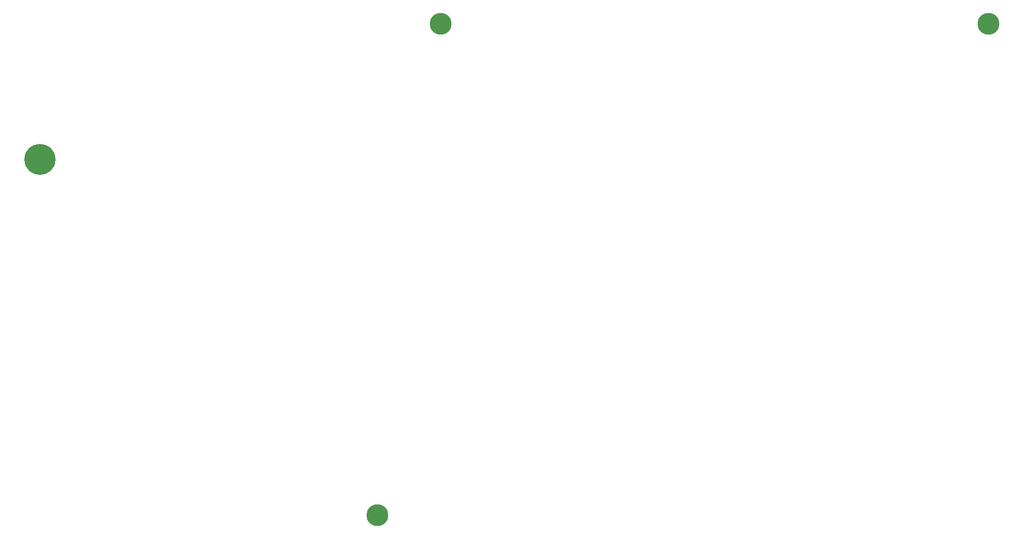
<source format=gbs>
%TF.GenerationSoftware,KiCad,Pcbnew,(5.1.10-1-10_14)*%
%TF.CreationDate,2021-07-19T18:02:04+09:00*%
%TF.ProjectId,keyplate,6b657970-6c61-4746-952e-6b696361645f,rev?*%
%TF.SameCoordinates,Original*%
%TF.FileFunction,Soldermask,Bot*%
%TF.FilePolarity,Negative*%
%FSLAX46Y46*%
G04 Gerber Fmt 4.6, Leading zero omitted, Abs format (unit mm)*
G04 Created by KiCad (PCBNEW (5.1.10-1-10_14)) date 2021-07-19 18:02:04*
%MOMM*%
%LPD*%
G01*
G04 APERTURE LIST*
%ADD10C,3.800000*%
%ADD11C,5.400000*%
G04 APERTURE END LIST*
D10*
%TO.C,REF\u002A\u002A*%
X110250000Y-19859480D03*
%TD*%
%TO.C,REF\u002A\u002A*%
X99200000Y-105459480D03*
%TD*%
%TO.C,REF\u002A\u002A*%
X205500000Y-19859480D03*
%TD*%
D11*
%TO.C,REF\u002A\u002A*%
X40550000Y-43510000D03*
%TD*%
M02*

</source>
